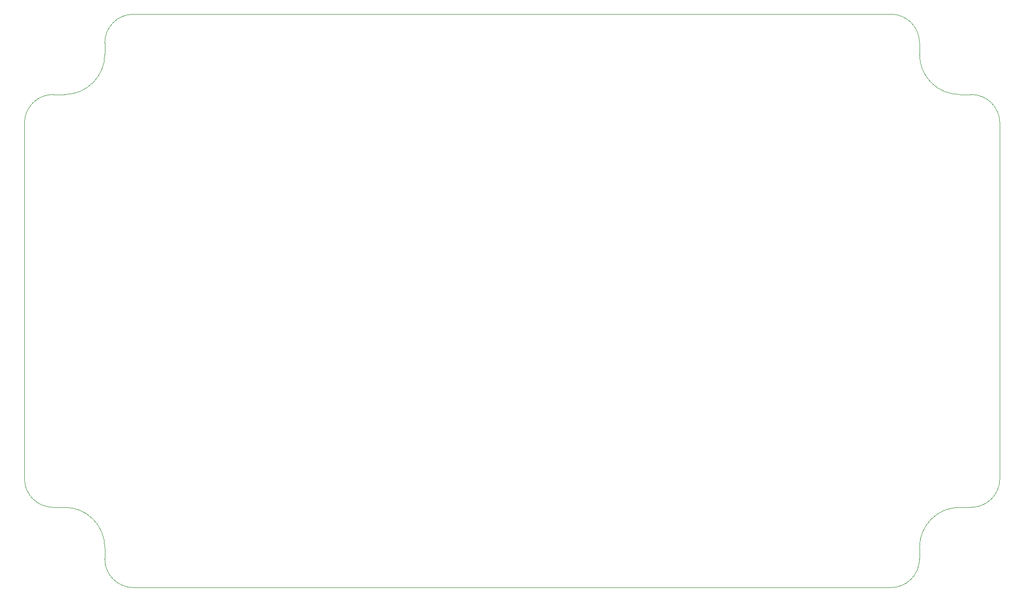
<source format=gbr>
%TF.GenerationSoftware,Altium Limited,Altium Designer,23.11.1 (41)*%
G04 Layer_Color=0*
%FSLAX45Y45*%
%MOMM*%
%TF.SameCoordinates,42F4153E-1698-40C0-8701-72EE62771F10*%
%TF.FilePolarity,Positive*%
%TF.FileFunction,Profile,NP*%
%TF.Part,Single*%
G01*
G75*
%TA.AperFunction,Profile*%
%ADD115C,0.02540*%
D115*
X500000Y1400000D02*
G02*
X0Y1900000I0J500000D01*
G01*
Y8100000D01*
D02*
G02*
X500000Y8600000I500000J0D01*
G01*
X700000D01*
D02*
G03*
X1400000Y9300000I0J700000D01*
G01*
Y9500000D01*
D02*
G02*
X1900000Y10000000I500000J0D01*
G01*
X15100000D01*
D02*
G02*
X15600000Y9500000I0J-500000D01*
G01*
Y9300000D01*
D02*
G03*
X16300000Y8600000I700000J0D01*
G01*
X16500000D01*
D02*
G02*
X17000000Y8100000I0J-500000D01*
G01*
Y1900000D01*
D02*
G02*
X16500000Y1400000I-500000J0D01*
G01*
X16300000D01*
D02*
G03*
X15600000Y700000I0J-700000D01*
G01*
Y500000D01*
D02*
G02*
X15100000Y0I-500000J0D01*
G01*
X1900000D01*
D02*
G02*
X1400000Y500000I0J500000D01*
G01*
Y700000D01*
D02*
G03*
X700000Y1400000I-700000J0D01*
G01*
X500000D01*
%TF.MD5,974904352c46806dfd263d9b58adc2ae*%
M02*

</source>
